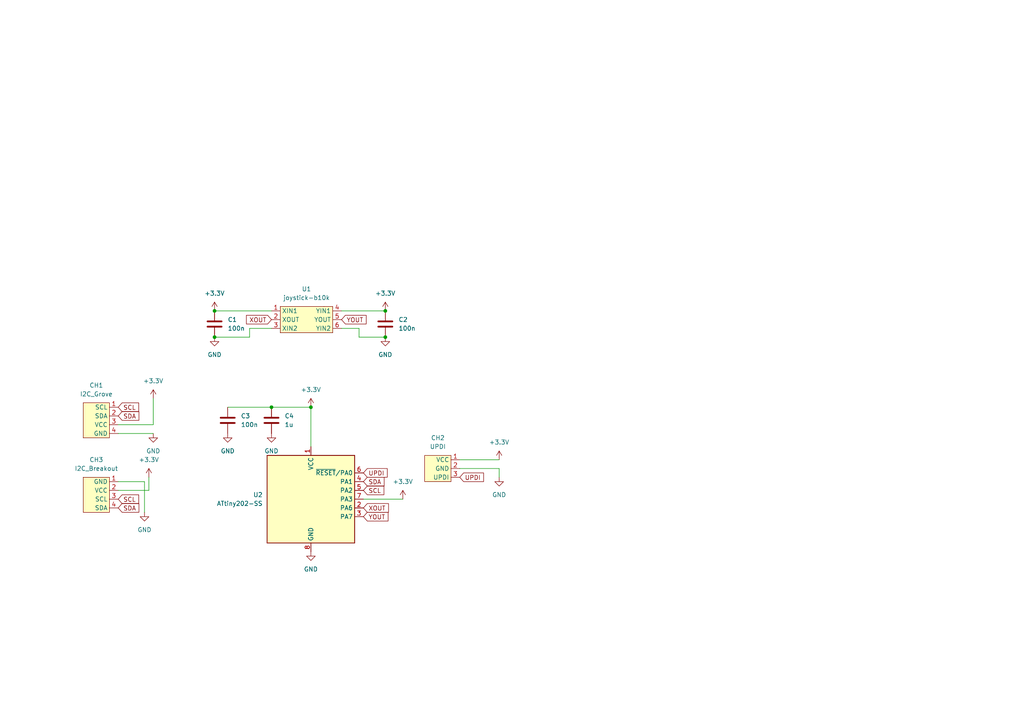
<source format=kicad_sch>
(kicad_sch (version 20230121) (generator eeschema)
  (paper "A4")
  (title_block (title "JoyPoint") (rev "v1.0.1") (company "74th"))
  (lib_symbols
    (symbol "$74th:I2C_Breakout"
      (property "Reference" "CH" (at 0 6.35 0))
      (property "Value" "I2C_Breakout" (at 0 5.08 0))
      (symbol "I2C_Breakout_0_1"
        (rectangle (start -3.81 3.81) (end 3.81 -6.35) (stroke (width 0.1524)) (fill (type background)))
      )
      (symbol "I2C_Breakout_1_1"
        (pin power_in line (at 6.35 2.54 180) (length 2.54) (name "GND") (number "1"))
        (pin power_in line (at 6.35 0 180) (length 2.54) (name "VCC") (number "2"))
        (pin input line (at 6.35 -2.54 180) (length 2.54) (name "SCL") (number "3"))
        (pin bidirectional line (at 6.35 -5.08 180) (length 2.54) (name "SDA") (number "4"))
      )
    )
    (symbol "$74th:I2C_Grove"
      (property "Reference" "CH" (at 0 6.35 0))
      (property "Value" "I2C_Grove" (at 0 5.08 0))
      (symbol "I2C_Grove_0_1"
        (rectangle (start -3.81 3.81) (end 3.81 -6.35) (stroke (width 0.1524)) (fill (type background)))
      )
      (symbol "I2C_Grove_1_1"
        (pin bidirectional line (at 6.35 2.54 180) (length 2.54) (name "SCL") (number "1"))
        (pin bidirectional line (at 6.35 0 180) (length 2.54) (name "SDA") (number "2"))
        (pin power_in line (at 6.35 -2.54 180) (length 2.54) (name "VCC") (number "3"))
        (pin power_in line (at 6.35 -5.08 180) (length 2.54) (name "GND") (number "4"))
      )
    )
    (symbol "$74th:UPDI"
      (property "Reference" "CH" (at 0 3.81 0))
      (property "Value" "UPDI" (at 0 6.35 0))
      (symbol "UPDI_0_1"
        (rectangle (start -3.81 2.54) (end 3.81 -5.08) (stroke (width 0.1524)) (fill (type background)))
      )
      (symbol "UPDI_1_1"
        (pin power_out line (at 6.35 1.27 180) (length 2.54) (name "VCC") (number "1"))
        (pin power_out line (at 6.35 -1.27 180) (length 2.54) (name "GND") (number "2"))
        (pin bidirectional line (at 6.35 -3.81 180) (length 2.54) (name "UPDI") (number "3"))
      )
    )
    (symbol "$74th:joystick-b10k"
      (property "Reference" "U" (at 0 6.35 0))
      (property "Value" "joystick-b10k" (at 0 8.89 0))
      (symbol "joystick-b10k_0_1"
        (rectangle (start -7.62 5.08) (end 7.62 -2.54) (stroke (width 0.1524)) (fill (type background)))
        (rectangle (start 5.08 5.08) (end 5.08 5.08) (stroke (width 0.1524)))
      )
      (symbol "joystick-b10k_1_1"
        (pin input line (at -10.16 3.81 0) (length 2.54) (name "XIN1") (number "1"))
        (pin input line (at -10.16 1.27 0) (length 2.54) (name "XOUT") (number "2"))
        (pin input line (at -10.16 -1.27 0) (length 2.54) (name "XIN2") (number "3"))
        (pin input line (at 10.16 3.81 180) (length 2.54) (name "YIN1") (number "4"))
        (pin input line (at 10.16 1.27 180) (length 2.54) (name "YOUT") (number "5"))
        (pin input line (at 10.16 -1.27 180) (length 2.54) (name "YIN2") (number "6"))
      )
    )
    (symbol "+3.3V_1" (power) (pin_names (offset 0))
      (property "Value" "+3.3V_1" (at 0 3.556 0))
      (symbol "+3.3V_1_0_1"
        (polyline (pts (xy -0.762 1.27) (xy 0 2.54)))
        (polyline (pts (xy 0 0) (xy 0 2.54)))
        (polyline (pts (xy 0 2.54) (xy 0.762 1.27)))
      )
      (symbol "+3.3V_1_1_1"
        (pin power_in line (at 0 0 90) (length 0) hide (name "+3.3V") (number "1"))
      )
    )
    (symbol "+3.3V_2" (power) (pin_names (offset 0))
      (property "Value" "+3.3V_2" (at 0 3.556 0))
      (symbol "+3.3V_2_0_1"
        (polyline (pts (xy -0.762 1.27) (xy 0 2.54)))
        (polyline (pts (xy 0 0) (xy 0 2.54)))
        (polyline (pts (xy 0 2.54) (xy 0.762 1.27)))
      )
      (symbol "+3.3V_2_1_1"
        (pin power_in line (at 0 0 90) (length 0) hide (name "+3.3V") (number "1"))
      )
    )
    (symbol "+3.3V_3" (power) (pin_names (offset 0))
      (property "Value" "+3.3V_3" (at 0 3.556 0))
      (symbol "+3.3V_3_0_1"
        (polyline (pts (xy -0.762 1.27) (xy 0 2.54)))
        (polyline (pts (xy 0 0) (xy 0 2.54)))
        (polyline (pts (xy 0 2.54) (xy 0.762 1.27)))
      )
      (symbol "+3.3V_3_1_1"
        (pin power_in line (at 0 0 90) (length 0) hide (name "+3.3V") (number "1"))
      )
    )
    (symbol "+3.3V_4" (power) (pin_names (offset 0))
      (property "Value" "+3.3V_4" (at 0 3.556 0))
      (symbol "+3.3V_4_0_1"
        (polyline (pts (xy -0.762 1.27) (xy 0 2.54)))
        (polyline (pts (xy 0 0) (xy 0 2.54)))
        (polyline (pts (xy 0 2.54) (xy 0.762 1.27)))
      )
      (symbol "+3.3V_4_1_1"
        (pin power_in line (at 0 0 90) (length 0) hide (name "+3.3V") (number "1"))
      )
    )
    (symbol "+3.3V_5" (power) (pin_names (offset 0))
      (property "Value" "+3.3V_5" (at 0 3.556 0))
      (symbol "+3.3V_5_0_1"
        (polyline (pts (xy -0.762 1.27) (xy 0 2.54)))
        (polyline (pts (xy 0 0) (xy 0 2.54)))
        (polyline (pts (xy 0 2.54) (xy 0.762 1.27)))
      )
      (symbol "+3.3V_5_1_1"
        (pin power_in line (at 0 0 90) (length 0) hide (name "+3.3V") (number "1"))
      )
    )
    (symbol "+3.3V_6" (power) (pin_names (offset 0))
      (property "Value" "+3.3V_6" (at 0 3.556 0))
      (symbol "+3.3V_6_0_1"
        (polyline (pts (xy -0.762 1.27) (xy 0 2.54)))
        (polyline (pts (xy 0 0) (xy 0 2.54)))
        (polyline (pts (xy 0 2.54) (xy 0.762 1.27)))
      )
      (symbol "+3.3V_6_1_1"
        (pin power_in line (at 0 0 90) (length 0) hide (name "+3.3V") (number "1"))
      )
    )
    (symbol "Device:C" (pin_numbers hide) (pin_names (offset 0.254))
      (property "Reference" "C" (at 0.635 2.54 0))
      (property "Value" "C" (at 0.635 -2.54 0))
      (symbol "C_0_1"
        (polyline (pts (xy -2.032 -0.762) (xy 2.032 -0.762)) (stroke (width 0.508)))
        (polyline (pts (xy -2.032 0.762) (xy 2.032 0.762)) (stroke (width 0.508)))
      )
      (symbol "C_1_1"
        (pin passive line (at 0 3.81 270) (length 2.794) (name "~") (number "1"))
        (pin passive line (at 0 -3.81 90) (length 2.794) (name "~") (number "2"))
      )
    )
    (symbol "GND_1" (power) (pin_names (offset 0))
      (property "Value" "GND_1" (at 0 -3.81 0))
      (symbol "GND_1_0_1"
        (polyline (pts (xy 0 0) (xy 0 -1.27) (xy 1.27 -1.27) (xy 0 -2.54) (xy -1.27 -1.27) (xy 0 -1.27)))
      )
      (symbol "GND_1_1_1"
        (pin power_in line (at 0 0 270) (length 0) hide (name "GND") (number "1"))
      )
    )
    (symbol "GND_2" (power) (pin_names (offset 0))
      (property "Value" "GND_2" (at 0 -3.81 0))
      (symbol "GND_2_0_1"
        (polyline (pts (xy 0 0) (xy 0 -1.27) (xy 1.27 -1.27) (xy 0 -2.54) (xy -1.27 -1.27) (xy 0 -1.27)))
      )
      (symbol "GND_2_1_1"
        (pin power_in line (at 0 0 270) (length 0) hide (name "GND") (number "1"))
      )
    )
    (symbol "GND_3" (power) (pin_names (offset 0))
      (property "Value" "GND_3" (at 0 -3.81 0))
      (symbol "GND_3_0_1"
        (polyline (pts (xy 0 0) (xy 0 -1.27) (xy 1.27 -1.27) (xy 0 -2.54) (xy -1.27 -1.27) (xy 0 -1.27)))
      )
      (symbol "GND_3_1_1"
        (pin power_in line (at 0 0 270) (length 0) hide (name "GND") (number "1"))
      )
    )
    (symbol "GND_4" (power) (pin_names (offset 0))
      (property "Value" "GND_4" (at 0 -3.81 0))
      (symbol "GND_4_0_1"
        (polyline (pts (xy 0 0) (xy 0 -1.27) (xy 1.27 -1.27) (xy 0 -2.54) (xy -1.27 -1.27) (xy 0 -1.27)))
      )
      (symbol "GND_4_1_1"
        (pin power_in line (at 0 0 270) (length 0) hide (name "GND") (number "1"))
      )
    )
    (symbol "GND_5" (power) (pin_names (offset 0))
      (property "Value" "GND_5" (at 0 -3.81 0))
      (symbol "GND_5_0_1"
        (polyline (pts (xy 0 0) (xy 0 -1.27) (xy 1.27 -1.27) (xy 0 -2.54) (xy -1.27 -1.27) (xy 0 -1.27)))
      )
      (symbol "GND_5_1_1"
        (pin power_in line (at 0 0 270) (length 0) hide (name "GND") (number "1"))
      )
    )
    (symbol "GND_6" (power) (pin_names (offset 0))
      (property "Value" "GND_6" (at 0 -3.81 0))
      (symbol "GND_6_0_1"
        (polyline (pts (xy 0 0) (xy 0 -1.27) (xy 1.27 -1.27) (xy 0 -2.54) (xy -1.27 -1.27) (xy 0 -1.27)))
      )
      (symbol "GND_6_1_1"
        (pin power_in line (at 0 0 270) (length 0) hide (name "GND") (number "1"))
      )
    )
    (symbol "GND_7" (power) (pin_names (offset 0))
      (property "Value" "GND_7" (at 0 -3.81 0))
      (symbol "GND_7_0_1"
        (polyline (pts (xy 0 0) (xy 0 -1.27) (xy 1.27 -1.27) (xy 0 -2.54) (xy -1.27 -1.27) (xy 0 -1.27)))
      )
      (symbol "GND_7_1_1"
        (pin power_in line (at 0 0 270) (length 0) hide (name "GND") (number "1"))
      )
    )
    (symbol "MCU_Microchip_ATtiny:ATtiny202-SS"
      (property "Reference" "U" (at -12.7 13.97 0))
      (property "Value" "ATtiny202-SS" (at 2.54 -13.97 0))
      (symbol "ATtiny202-SS_0_1"
        (rectangle (start -12.7 -12.7) (end 12.7 12.7) (stroke (width 0.254)) (fill (type background)))
      )
      (symbol "ATtiny202-SS_1_1"
        (pin power_in line (at 0 15.24 270) (length 2.54) (name "VCC") (number "1"))
        (pin bidirectional line (at 15.24 -2.54 180) (length 2.54) (name "PA6") (number "2"))
        (pin bidirectional line (at 15.24 -5.08 180) (length 2.54) (name "PA7") (number "3"))
        (pin bidirectional line (at 15.24 5.08 180) (length 2.54) (name "PA1") (number "4"))
        (pin bidirectional line (at 15.24 2.54 180) (length 2.54) (name "PA2") (number "5"))
        (pin bidirectional line (at 15.24 7.62 180) (length 2.54) (name "~{RESET}/PA0") (number "6"))
        (pin bidirectional line (at 15.24 0 180) (length 2.54) (name "PA3") (number "7"))
        (pin power_in line (at 0 -15.24 90) (length 2.54) (name "GND") (number "8"))
      )
    )
    (symbol "power:+3.3V" (power) (pin_names (offset 0))
      (property "Value" "+3.3V" (at 0 3.556 0))
      (symbol "+3.3V_0_1"
        (polyline (pts (xy -0.762 1.27) (xy 0 2.54)))
        (polyline (pts (xy 0 0) (xy 0 2.54)))
        (polyline (pts (xy 0 2.54) (xy 0.762 1.27)))
      )
      (symbol "+3.3V_1_1"
        (pin power_in line (at 0 0 90) (length 0) hide (name "+3.3V") (number "1"))
      )
    )
    (symbol "power:GND" (power) (pin_names (offset 0))
      (property "Value" "GND" (at 0 -3.81 0))
      (symbol "GND_0_1"
        (polyline (pts (xy 0 0) (xy 0 -1.27) (xy 1.27 -1.27) (xy 0 -2.54) (xy -1.27 -1.27) (xy 0 -1.27)))
      )
      (symbol "GND_1_1"
        (pin power_in line (at 0 0 270) (length 0) hide (name "GND") (number "1"))
      )
    )
  )
  (junction (at 111.76 90.17))
  (junction (at 62.23 90.17))
  (junction (at 62.23 97.79))
  (junction (at 90.17 118.11))
  (junction (at 78.74 118.11))
  (junction (at 111.76 97.79))
  (wire (pts (xy 99.06 95.25) (xy 104.14 95.25)))
  (wire (pts (xy 66.04 118.11) (xy 78.74 118.11)))
  (wire (pts (xy 44.45 123.19) (xy 34.29 123.19)))
  (wire (pts (xy 105.41 144.78) (xy 116.84 144.78)))
  (wire (pts (xy 72.39 97.79) (xy 62.23 97.79)))
  (wire (pts (xy 104.14 95.25) (xy 104.14 97.79)))
  (wire (pts (xy 104.14 97.79) (xy 111.76 97.79)))
  (wire (pts (xy 99.06 90.17) (xy 111.76 90.17)))
  (wire (pts (xy 72.39 95.25) (xy 72.39 97.79)))
  (wire (pts (xy 44.45 115.57) (xy 44.45 123.19)))
  (wire (pts (xy 62.23 90.17) (xy 78.74 90.17)))
  (wire (pts (xy 43.18 142.24) (xy 43.18 138.43)))
  (wire (pts (xy 133.35 133.35) (xy 144.78 133.35)))
  (wire (pts (xy 144.78 135.89) (xy 144.78 138.43)))
  (wire (pts (xy 133.35 135.89) (xy 144.78 135.89)))
  (wire (pts (xy 41.91 148.59) (xy 41.91 139.7)))
  (wire (pts (xy 78.74 95.25) (xy 72.39 95.25)))
  (wire (pts (xy 34.29 125.73) (xy 44.45 125.73)))
  (wire (pts (xy 90.17 118.11) (xy 90.17 129.54)))
  (wire (pts (xy 90.17 118.11) (xy 78.74 118.11)))
  (wire (pts (xy 34.29 142.24) (xy 43.18 142.24)))
  (wire (pts (xy 41.91 139.7) (xy 34.29 139.7)))
  (global_label "SDA" (shape input) (at 105.41 139.7 0) (property "Intersheetrefs" "${INTERSHEET_REFS}" (effects hide)) (property "シート間のリファレンス" "${INTERSHEET_REFS}" (effects hide)))
  (global_label "XOUT" (shape input) (at 105.41 147.32 0) (property "Intersheetrefs" "${INTERSHEET_REFS}" (effects hide)) (property "シート間のリファレンス" "${INTERSHEET_REFS}" (effects hide)))
  (global_label "SDA" (shape input) (at 34.29 120.65 0) (property "Intersheetrefs" "${INTERSHEET_REFS}" (effects hide)) (property "シート間のリファレンス" "${INTERSHEET_REFS}" (effects hide)))
  (global_label "YOUT" (shape input) (at 105.41 149.86 0) (property "Intersheetrefs" "${INTERSHEET_REFS}" (effects hide)) (property "シート間のリファレンス" "${INTERSHEET_REFS}" (effects hide)))
  (global_label "XOUT" (shape input) (at 78.74 92.71 180) (property "Intersheetrefs" "${INTERSHEET_REFS}" (effects hide)) (property "シート間のリファレンス" "${INTERSHEET_REFS}" (effects hide)))
  (global_label "SDA" (shape input) (at 34.29 147.32 0) (property "Intersheetrefs" "${INTERSHEET_REFS}" (effects hide)) (property "シート間のリファレンス" "${INTERSHEET_REFS}" (effects hide)))
  (global_label "UPDI" (shape input) (at 105.41 137.16 0) (property "Intersheetrefs" "${INTERSHEET_REFS}" (effects hide)) (property "シート間のリファレンス" "${INTERSHEET_REFS}" (effects hide)))
  (global_label "SCL" (shape input) (at 105.41 142.24 0) (property "Intersheetrefs" "${INTERSHEET_REFS}" (effects hide)) (property "シート間のリファレンス" "${INTERSHEET_REFS}" (effects hide)))
  (global_label "SCL" (shape input) (at 34.29 118.11 0) (property "Intersheetrefs" "${INTERSHEET_REFS}" (effects hide)) (property "シート間のリファレンス" "${INTERSHEET_REFS}" (effects hide)))
  (global_label "UPDI" (shape input) (at 133.35 138.43 0) (property "Intersheetrefs" "${INTERSHEET_REFS}" (effects hide)) (property "シート間のリファレンス" "${INTERSHEET_REFS}" (effects hide)))
  (global_label "SCL" (shape input) (at 34.29 144.78 0) (property "Intersheetrefs" "${INTERSHEET_REFS}" (effects hide)) (property "シート間のリファレンス" "${INTERSHEET_REFS}" (effects hide)))
  (global_label "YOUT" (shape input) (at 99.06 92.71 0) (property "Intersheetrefs" "${INTERSHEET_REFS}" (effects hide)) (property "シート間のリファレンス" "${INTERSHEET_REFS}" (effects hide)))
  (symbol (lib_name "GND_5") (lib_id "power:GND") (at 41.91 148.59 0) (unit 1)
    (property "Reference" "#PWR014" (effects hide))
    (property "Value" "GND" (at 41.91 153.67 0))
  )
  (symbol (lib_name "GND_1") (lib_id "power:GND") (at 111.76 97.79 0) (unit 1)
    (property "Reference" "#PWR04" (effects hide))
    (property "Value" "GND" (at 111.76 102.87 0))
  )
  (symbol (lib_id "$74th:I2C_Breakout") (at 27.94 142.24 0) (unit 1)
    (property "Reference" "CH3" (at 27.94 133.35 0))
    (property "Value" "I2C_Breakout" (at 27.94 135.89 0))
    (property "Footprint" "$74th:I2C_Breakout" (effects hide))
  )
  (symbol (lib_name "+3.3V_6") (lib_id "power:+3.3V") (at 43.18 138.43 0) (unit 1)
    (property "Reference" "#PWR011" (effects hide))
    (property "Value" "+3.3V" (at 43.18 133.35 0))
  )
  (symbol (lib_name "+3.3V_2") (lib_id "power:+3.3V") (at 111.76 90.17 0) (unit 1)
    (property "Reference" "#PWR02" (effects hide))
    (property "Value" "+3.3V" (at 111.76 85.09 0))
  )
  (symbol (lib_name "GND_2") (lib_id "power:GND") (at 90.17 160.02 0) (unit 1)
    (property "Reference" "#PWR015" (effects hide))
    (property "Value" "GND" (at 90.17 165.1 0))
  )
  (symbol (lib_name "+3.3V_4") (lib_id "power:+3.3V") (at 144.78 133.35 0) (unit 1)
    (property "Reference" "#PWR010" (effects hide))
    (property "Value" "+3.3V" (at 144.78 128.27 0))
  )
  (symbol (lib_name "+3.3V_5") (lib_id "power:+3.3V") (at 44.45 115.57 0) (unit 1)
    (property "Reference" "#PWR05" (effects hide))
    (property "Value" "+3.3V" (at 44.45 110.49 0))
  )
  (symbol (lib_id "Device:C") (at 62.23 93.98 0) (unit 1)
    (property "Reference" "C1" (at 66.04 92.7099 0) (effects (justify left)))
    (property "Value" "100n" (at 66.04 95.2499 0) (effects (justify left)))
    (property "Footprint" "$74th:Capacitor_0805_2012" (effects hide))
  )
  (symbol (lib_id "MCU_Microchip_ATtiny:ATtiny202-SS") (at 90.17 144.78 0) (unit 1)
    (property "Reference" "U2" (at 76.2 143.5099 0) (effects (justify right)))
    (property "Value" "ATtiny202-SS" (at 76.2 146.0499 0) (effects (justify right)))
    (property "Footprint" "Package_SO:SOIC-8_3.9x4.9mm_P1.27mm" (effects hide))
    (property "Datasheet" "http://ww1.microchip.com/downloads/en/DeviceDoc/ATtiny202-402-AVR-MCU-with-Core-Independent-Peripherals_and-picoPower-40001969A.pdf" (effects hide))
  )
  (symbol (lib_id "$74th:UPDI") (at 127 134.62 0) (unit 1)
    (property "Reference" "CH2" (at 127 127 0))
    (property "Value" "UPDI" (at 127 129.54 0))
    (property "Footprint" "$74th:UPDI" (effects hide))
  )
  (symbol (lib_name "GND_7") (lib_id "power:GND") (at 66.04 125.73 0) (unit 1)
    (property "Reference" "#PWR08" (effects hide))
    (property "Value" "GND" (at 66.04 130.81 0))
  )
  (symbol (lib_name "GND_4") (lib_id "power:GND") (at 144.78 138.43 0) (unit 1)
    (property "Reference" "#PWR012" (effects hide))
    (property "Value" "GND" (at 144.78 143.51 0))
  )
  (symbol (lib_id "Device:C") (at 66.04 121.92 0) (unit 1)
    (property "Reference" "C3" (at 69.85 120.6499 0) (effects (justify left)))
    (property "Value" "100n" (at 69.85 123.1899 0) (effects (justify left)))
    (property "Footprint" "$74th:Capacitor_0805_2012" (effects hide))
  )
  (symbol (lib_id "power:GND") (at 62.23 97.79 0) (unit 1)
    (property "Reference" "#PWR03" (effects hide))
    (property "Value" "GND" (at 62.23 102.87 0))
  )
  (symbol (lib_name "GND_3") (lib_id "power:GND") (at 78.74 125.73 0) (unit 1)
    (property "Reference" "#PWR09" (effects hide))
    (property "Value" "GND" (at 78.74 130.81 0))
  )
  (symbol (lib_id "$74th:I2C_Grove") (at 27.94 120.65 0) (unit 1)
    (property "Reference" "CH1" (at 27.94 111.76 0))
    (property "Value" "I2C_Grove" (at 27.94 114.3 0))
    (property "Footprint" "$74th:HY2.0_Socket_SMD_4Pin" (effects hide))
  )
  (symbol (lib_id "Device:C") (at 78.74 121.92 0) (unit 1)
    (property "Reference" "C4" (at 82.55 120.6499 0) (effects (justify left)))
    (property "Value" "1u" (at 82.55 123.1899 0) (effects (justify left)))
    (property "Footprint" "$74th:Capacitor_0805_2012" (effects hide))
  )
  (symbol (lib_name "+3.3V_3") (lib_id "power:+3.3V") (at 116.84 144.78 0) (unit 1)
    (property "Reference" "#PWR013" (effects hide))
    (property "Value" "+3.3V" (at 116.84 139.7 0))
  )
  (symbol (lib_name "+3.3V_1") (lib_id "power:+3.3V") (at 90.17 118.11 0) (unit 1)
    (property "Reference" "#PWR06" (effects hide))
    (property "Value" "+3.3V" (at 90.17 113.03 0))
  )
  (symbol (lib_name "GND_6") (lib_id "power:GND") (at 44.45 125.73 0) (unit 1)
    (property "Reference" "#PWR07" (effects hide))
    (property "Value" "GND" (at 44.45 130.81 0))
  )
  (symbol (lib_id "power:+3.3V") (at 62.23 90.17 0) (unit 1)
    (property "Reference" "#PWR01" (effects hide))
    (property "Value" "+3.3V" (at 62.23 85.09 0))
  )
  (symbol (lib_id "Device:C") (at 111.76 93.98 0) (unit 1)
    (property "Reference" "C2" (at 115.57 92.7099 0) (effects (justify left)))
    (property "Value" "100n" (at 115.57 95.2499 0) (effects (justify left)))
    (property "Footprint" "$74th:Capacitor_0805_2012" (effects hide))
  )
  (symbol (lib_id "$74th:joystick-b10k") (at 88.9 93.98 0) (unit 1)
    (property "Reference" "U1" (at 88.9 83.82 0))
    (property "Value" "joystick-b10k" (at 88.9 86.36 0))
    (property "Footprint" "$74th:JOYSTICK-B10K" (effects hide))
  )
)
</source>
